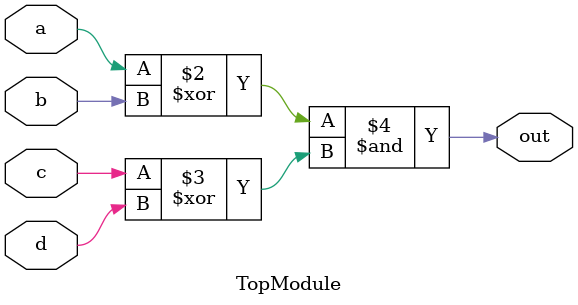
<source format=v>
module TopModule (
  input a,
  input b,
  input c,
  input d,
  output reg out
);

  always @(*) begin
    out = (a ^ b) & (c ^ d);
  end

endmodule


</source>
